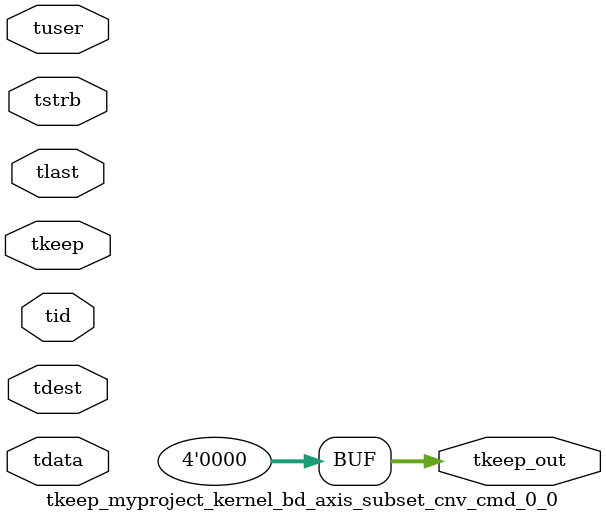
<source format=v>


`timescale 1ps/1ps

module tkeep_myproject_kernel_bd_axis_subset_cnv_cmd_0_0 #
(
parameter C_S_AXIS_TDATA_WIDTH = 32,
parameter C_S_AXIS_TUSER_WIDTH = 0,
parameter C_S_AXIS_TID_WIDTH   = 0,
parameter C_S_AXIS_TDEST_WIDTH = 0,
parameter C_M_AXIS_TDATA_WIDTH = 32
)
(
input  [(C_S_AXIS_TDATA_WIDTH == 0 ? 1 : C_S_AXIS_TDATA_WIDTH)-1:0     ] tdata,
input  [(C_S_AXIS_TUSER_WIDTH == 0 ? 1 : C_S_AXIS_TUSER_WIDTH)-1:0     ] tuser,
input  [(C_S_AXIS_TID_WIDTH   == 0 ? 1 : C_S_AXIS_TID_WIDTH)-1:0       ] tid,
input  [(C_S_AXIS_TDEST_WIDTH == 0 ? 1 : C_S_AXIS_TDEST_WIDTH)-1:0     ] tdest,
input  [(C_S_AXIS_TDATA_WIDTH/8)-1:0 ] tkeep,
input  [(C_S_AXIS_TDATA_WIDTH/8)-1:0 ] tstrb,
input                                                                    tlast,
output [(C_M_AXIS_TDATA_WIDTH/8)-1:0 ] tkeep_out
);

assign tkeep_out = {1'b0};

endmodule


</source>
